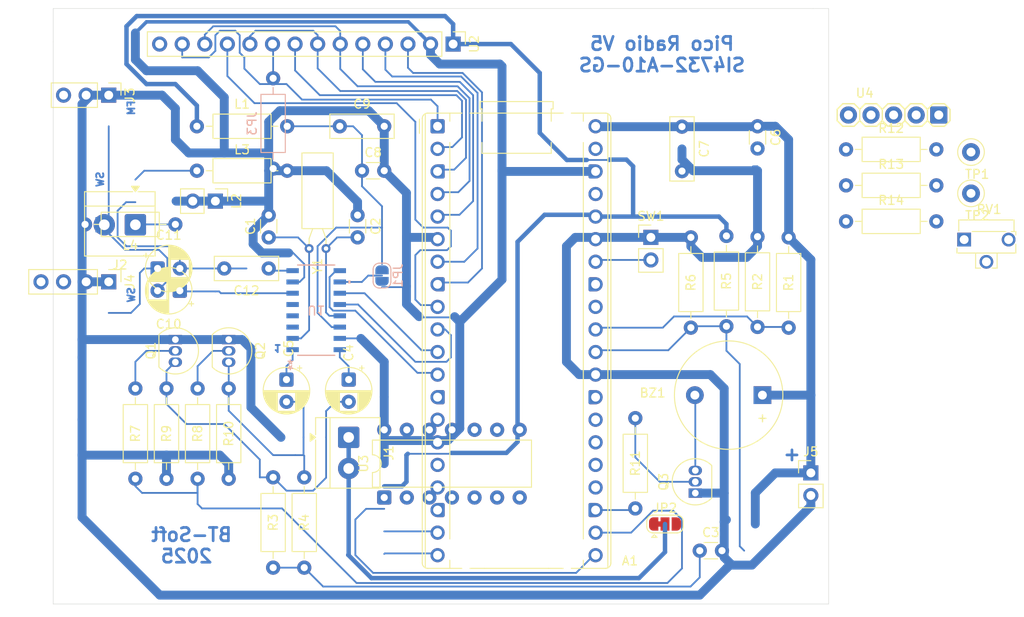
<source format=kicad_pcb>
(kicad_pcb (version 20241229) (generator "pcbnew") (generator_version "9.0")
  (title_block (title "Pico Radio 9"))
  (layers (0 "F.Cu" signal) (2 "B.Cu" signal) (13 "F.Paste" user) (15 "B.Paste" user) (5 "F.SilkS" user "F.Silkscreen") (7 "B.SilkS" user "B.Silkscreen") (1 "F.Mask" user) (3 "B.Mask" user) (25 "Edge.Cuts" user))
  (net 0 "")
  (net 1 "+3.3V")
  (net 2 "/DC")
  (net 3 "GND")
  (net 4 "+Vsys")
  (net 8 "/CS")
  (net 11 "/T_CS")
  (net 12 "ROT_SW")
  (net 14 "AD_FFT_AUDIO")
  (net 15 "Net-(A1-GPIO27_ADC1)")
  (net 16 "BUZZER")
  (net 17 "/RST")
  (net 18 "+Vbus")
  (net 19 "/SDI")
  (net 21 "/SCK")
  (net 22 "AUDIO_MUTE")
  (net 23 "Net-(A1-RUN)")
  (net 27 "ROT_DT")
  (net 28 "ROT_CLK")
  (net 29 "Net-(U1-GPO3{slash}DCLK)")
  (net 30 "Net-(U1-RCLK)")
  (net 31 "Net-(C3-Pad1)")
  (net 32 "Net-(U1-ROUT{slash}DOUT)")
  (net 33 "AUDIO_R")
  (net 34 "Net-(U1-LOUT{slash}DFS)")
  (net 35 "AUDIO_L")
  (net 36 "Net-(Q1-B)")
  (net 37 "Net-(Q2-B)")
  (net 39 "Net-(J3-Pin_2)")
  (net 43 "/SDO")
  (net 44 "Net-(U1-FMI)")
  (net 45 "Net-(J2-Pin_2)")
  (net 46 "Net-(U1-AMI)")
  (net 47 "Net-(J2-Pin_1)")
  (net 49 "/Si_RST")
  (net 50 "/Si_SDA")
  (net 51 "/Si_SCL")
  (net 52 "Net-(JP1-B)")
  (net 53 "/LED")
  (net 55 "unconnected-(A1-GPIO22-Pad25)")
  (net 56 "Net-(J1-Pin_1)")
  (net 57 "Net-(BZ1--)")
  (net 58 "Net-(Q3-B)")
  (net 59 "Net-(JP3-A)")
  (net 60 "Net-(J1-Pin_2)")
  (net 61 "Net-(C7-Pad1)")
  (net 62 "Net-(C7-Pad2)")
  (net 63 "Net-(JP2-B)")
  (net 64 "Net-(J3-Pin_1)")
  (net 65 "Net-(J3-Pin_3)")
  (net 66 "Net-(J4-Pin_1)")
  (net 67 "Net-(JP1-A)")
  (net 68 "Net-(JP2-C)")
  (net 69 "Net-(U3A--)")
  (net 70 "Net-(U3A-+)")
  (net 71 "Net-(R11-Pad1)")
  (footprint "MountingHole:MountingHole_3.2mm_M3" (layer "F.Cu") (at 32.25 43.75)
    (property "Reference" "REF**" (hide yes))
    (property "Value" "MountingHole_3.2mm_M3")
  )
  (footprint "Package_TO_SOT_THT:TO-92_Inline" (layer "F.Cu") (at 101 94.77 90)
    (property "Reference" "Q3")
    (property "Value" "PN2222A")
  )
  (footprint "Resistor_THT:R_Axial_DIN0207_L6.3mm_D2.5mm_P10.16mm_Horizontal" (layer "F.Cu") (at 55.08 53.5 180)
    (property "Reference" "L1")
    (property "Value" "47uH")
  )
  (footprint "Capacitor_THT:C_Disc_D7.0mm_W2.5mm_P5.00mm" (layer "F.Cu") (at 66 53.5 180)
    (property "Reference" "C9")
    (property "Value" "100nF")
  )
  (footprint "Capacitor_THT:C_Disc_D3.0mm_W1.6mm_P2.50mm" (layer "F.Cu") (at 63.5 58.5)
    (property "Reference" "C8")
    (property "Value" "22pF")
  )
  (footprint "Resistor_THT:R_Axial_DIN0207_L6.3mm_D2.5mm_P10.16mm_Horizontal" (layer "F.Cu") (at 117.96 64.2)
    (property "Reference" "R14")
    (property "Value" "4.7k")
  )
  (footprint "Connector_PinHeader_2.54mm:PinHeader_1x02_P2.54mm_Vertical" (layer "F.Cu") (at 96 66)
    (property "Reference" "SW1")
    (property "Value" "Reset")
  )
  (footprint "TerminalBlock_4Ucon:TerminalBlock_4Ucon_1x02_P3.50mm_Horizontal" (layer "F.Cu") (at 38 64.58 180)
    (property "Reference" "J2")
    (property "Value" "SW antenna")
  )
  (footprint "Resistor_THT:R_Axial_DIN0207_L6.3mm_D2.5mm_P10.16mm_Horizontal" (layer "F.Cu") (at 53.5 93 -90)
    (property "Reference" "R3")
    (property "Value" "4.7k")
  )
  (footprint "Capacitor_THT:C_Disc_D7.0mm_W2.5mm_P5.00mm" (layer "F.Cu") (at 99.5 53.544888 -90)
    (property "Reference" "C7")
    (property "Value" "100nF")
  )
  (footprint "Connector_PinHeader_2.54mm:PinHeader_1x02_P2.54mm_Vertical" (layer "F.Cu") (at 47 61.92 -90)
    (property "Reference" "L2")
    (property "Value" "30uH (MW Ferrite antenna)")
  )
  (footprint "Resistor_THT:R_Axial_DIN0207_L6.3mm_D2.5mm_P10.16mm_Horizontal" (layer "F.Cu") (at 57 93 -90)
    (property "Reference" "R4")
    (property "Value" "4.7k")
  )
  (footprint "Jumper:SolderJumper-3_P1.3mm_Bridged12_RoundedPad1.0x1.5mm" (layer "F.Cu") (at 97.59 98.25)
    (property "Reference" "JP2")
    (property "Value" "Si4732 I2C Address")
  )
  (footprint "Resistor_THT:R_Axial_DIN0207_L6.3mm_D2.5mm_P10.16mm_Horizontal" (layer "F.Cu") (at 38 93.16 90)
    (property "Reference" "R7")
    (property "Value" "10k")
  )
  (footprint "Capacitor_THT:C_Disc_D3.0mm_W1.6mm_P2.50mm" (layer "F.Cu") (at 63 63.5 -90)
    (property "Reference" "C2")
    (property "Value" "1nF")
  )
  (footprint "Resistor_THT:R_Axial_DIN0207_L6.3mm_D2.5mm_P10.16mm_Horizontal" (layer "F.Cu") (at 48.5 93.16 90)
    (property "Reference" "R10")
    (property "Value" "47k")
  )
  (footprint "Capacitor_THT:C_Disc_D3.0mm_W1.6mm_P2.50mm" (layer "F.Cu") (at 108 53.5 -90)
    (property "Reference" "C6")
    (property "Value" "22pF")
  )
  (footprint "MountingHole:MountingHole_3.2mm_M3" (layer "F.Cu") (at 112.5 43.75)
    (property "Reference" "REF**" (hide yes))
    (property "Value" "MountingHole_3.2mm_M3")
  )
  (footprint "Connector_PinHeader_2.54mm:PinHeader_1x14_P2.54mm_Vertical" (layer "F.Cu") (at 73.75 44.25 -90)
    (property "Reference" "U2")
    (property "Value" "TFT_320x240")
  )
  (footprint "Connector_PinHeader_2.54mm:PinHeader_1x03_P2.54mm_Vertical" (layer "F.Cu") (at 35 50 -90)
    (property "Reference" "J3")
    (property "Value" "MW/SW antenna")
  )
  (footprint "Resistor_THT:R_Axial_DIN0207_L6.3mm_D2.5mm_P10.16mm_Horizontal" (layer "F.Cu") (at 94.25 96.5 90)
    (property "Reference" "R11")
    (property "Value" "100k")
  )
  (footprint "Resistor_THT:R_Axial_DIN0207_L6.3mm_D2.5mm_P10.16mm_Horizontal" (layer "F.Cu") (at 41.5 93.16 90)
    (property "Reference" "R9")
    (property "Value" "47k")
  )
  (footprint "Package_TO_SOT_THT:TO-92_Inline" (layer "F.Cu") (at 42.5 77.5 -90)
    (property "Reference" "Q1")
    (property "Value" "PN2222A")
  )
  (footprint "TerminalBlock_4Ucon:TerminalBlock_4Ucon_1x02_P3.50mm_Horizontal" (layer "F.Cu") (at 62 88.5 -90)
    (property "Reference" "J1")
    (property "Value" "FM antenna")
  )
  (footprint "Crystal:Crystal_C38-LF_D3.0mm_L8.0mm_Horizontal" (layer "F.Cu") (at 59.45 67.255 180)
    (property "Reference" "Y1")
    (property "Value" "32.762kHz")
  )
  (footprint "Resistor_THT:R_Axial_DIN0207_L6.3mm_D2.5mm_P10.16mm_Horizontal" (layer "F.Cu") (at 45 93.16 90)
    (property "Reference" "R8")
    (property "Value" "100k")
  )
  (footprint "Connector_PinHeader_2.54mm:PinHeader_1x02_P2.54mm_Vertical" (layer "F.Cu") (at 114 92.5)
    (property "Reference" "J5")
    (property "Value" "Batterry")
  )
  (footprint "Capacitor_THT:C_Disc_D7.0mm_W2.5mm_P5.00mm" (layer "F.Cu") (at 53 69.5 180)
    (property "Reference" "C12")
    (property "Value" "100nF")
  )
  (footprint "Resistor_THT:R_Axial_DIN0207_L6.3mm_D2.5mm_P10.16mm_Horizontal" (layer "F.Cu") (at 117.96 56.1)
    (property "Reference" "R12")
    (property "Value" "10k")
  )
  (footprint "MountingHole:MountingHole_3.2mm_M3" (layer "F.Cu") (at 32.25 103.75)
    (property "Reference" "REF**" (hide yes))
    (property "Value" "MountingHole_3.2mm_M3")
  )
  (footprint "Resistor_THT:R_Axial_DIN0207_L6.3mm_D2.5mm_P10.16mm_Horizontal" (layer "F.Cu") (at 42.5 64.54 180)
    (property "Reference" "L4")
    (property "Value" "220uH")
  )
  (footprint "MountingHole:MountingHole_3.2mm_M3" (layer "F.Cu") (at 112.5 103.75)
    (property "Reference" "REF**" (hide yes))
    (property "Value" "MountingHole_3.2mm_M3")
  )
  (footprint "Resistor_THT:R_Axial_DIN0207_L6.3mm_D2.5mm_P10.16mm_Horizontal" (layer "F.Cu") (at 104.5 76 90)
    (property "Reference" "R5")
    (property "Value" "10k")
  )
  (footprint "Resistor_THT:R_Axial_DIN0207_L6.3mm_D2.5mm_P10.16mm_Horizontal" (layer "F.Cu") (at 117.96 60.15)
    (property "Reference" "R13")
    (property "Value" "15k")
  )
  (footprint "Resistor_THT:R_Axial_DIN0207_L6.3mm_D2.5mm_P10.16mm_Horizontal" (layer "F.Cu") (at 44.92 58.5)
    (property "Reference" "L3")
    (property "Value" "220uH")
  )
  (footprint "Connector_PinHeader_2.54mm:PinHeader_1x04_P2.54mm_Vertical" (layer "F.Cu") (at 35 71 -90)
    (property "Reference" "J4")
    (property "Value" "HF Amplifier")
  )
  (footprint "Potentiometer_THT:Potentiometer_Runtron_RM-063_Horizontal" (layer "F.Cu") (at 131.25 66.25)
    (property "Reference" "RV1")
    (property "Value" "47k")
  )
  (footprint "Package_TO_SOT_THT:TO-92_Inline" (layer "F.Cu") (at 48.5 77.5 -90)
    (property "Reference" "Q2")
    (property "Value" "PN2222A")
  )
  (footprint "TestPoint:TestPoint_Loop_D2.50mm_Drill1.0mm" (layer "F.Cu") (at 132.02 61.05)
    (property "Reference" "TP2")
    (property "Value" "Oszcilloszkópra")
  )
  (footprint "Resistor_THT:R_Axial_DIN0207_L6.3mm_D2.5mm_P10.16mm_Horizontal" (layer "F.Cu") (at 100.5 66 -90)
    (property "Reference" "R6")
    (property "Value" "10k")
  )
  (footprint "Capacitor_THT:CP_Radial_D5.0mm_P2.50mm" (layer "F.Cu") (at 55 82 -90)
    (property "Reference" "C5")
    (property "Value" "4.7uF")
  )
  (footprint "Capacitor_THT:C_Disc_D3.0mm_W1.6mm_P2.50mm" (layer "F.Cu") (at 53 66 90)
    (property "Reference" "C1")
    (property "Value" "33pF")
  )
  (footprint "Package_DIP:DIP-14_W7.62mm" (layer "F.Cu") (at 66 95.27 90)
    (property "Reference" "U3")
    (property "Value" "MCP6004")
  )
  (footprint "Resistor_THT:R_Axial_DIN0207_L6.3mm_D2.5mm_P10.16mm_Horizontal" (layer "F.Cu") (at 111.5 66 -90)
    (property "Reference" "R1")
    (property "Value" "4.7k")
  )
  (footprint "Module:RaspberryPi_Pico_Common_THT-simple" (layer "F.Cu") (at 72 53.5)
    (property "Reference" "A1")
    (property "Value" "RaspberryPi_Pico - purple")
  )
  (footprint "Capacitor_THT:CP_Radial_D5.0mm_P2.50mm" (layer "F.Cu") (at 40.5 69.5)
    (property "Reference" "C11")
    (property "Value" "4.7uF")
  )
  (footprint "Rotary_Encoder:KY-040-PORT" (layer "F.Cu") (at 124.5812 52.2312)
    (property "Reference" "U4")
    (property "Value" "KY-040")
  )
  (footprint "Buzzer_Beeper:Buzzer_12x9.5RM7.6" (layer "F.Cu") (at 108.55 83.75 180)
    (property "Reference" "BZ1")
    (property "Value" "Buzzer")
  )
  (footprint "TestPoint:TestPoint_Loop_D2.50mm_Drill1.0mm" (layer "F.Cu") (at 132.02 56.4)
    (property "Reference" "TP1")
    (property "Value" "Jelgenerátorból")
  )
  (footprint "Capacitor_THT:CP_Radial_D5.0mm_P2.50mm" (layer "F.Cu") (at 62 82 -90)
    (property "Reference" "C4")
    (property "Value" "4.7uF")
  )
  (footprint "Capacitor_THT:C_Disc_D3.0mm_W1.6mm_P2.50mm" (layer "F.Cu") (at 101.5 101.25)
    (property "Reference" "C3")
    (property "Value" "1nF")
  )
  (footprint "Capacitor_THT:CP_Radial_D5.0mm_P2.50mm" (layer "F.Cu") (at 43 72 180)
    (property "Reference" "C10")
    (property "Value" "4.7uF")
  )
  (footprint "Resistor_THT:R_Axial_DIN0207_L6.3mm_D2.5mm_P10.16mm_Horizontal" (layer "F.Cu") (at 108 76.08 90)
    (property "Reference" "R2")
    (property "Value" "4.7k")
  )
  (footprint "Package_SO:SOIC_A10-GS_SIL" (layer "B.Cu") (at 58.3457 74.19)
    (property "Reference" "U1")
    (property "Value" "SI4732-A10-GS")
  )
  (footprint "Jumper:SolderJumper-2_P1.3mm_Open_RoundedPad1.0x1.5mm" (layer "B.Cu") (at 65.75 70.3 90)
    (property "Reference" "JP1")
    (property "Value" "TFT SDO - ha kell")
  )
  (footprint "Resistor_THT:R_Axial_DIN0207_L6.3mm_D2.5mm_P10.16mm_Horizontal" (layer "B.Cu") (at 53.5 48.1 -90)
    (property "Reference" "JP3")
    (property "Value" "NYÁK átkötés")
  )
  (gr_line (start 28.75 40.25) (end 114.25 40.25) (stroke (width 0.05)) (layer "Edge.Cuts"))
  (gr_line (start 116 107.25) (end 116 40.25) (stroke (width 0.05)) (layer "Edge.Cuts"))
  (gr_line (start 116 107.25) (end 28.75 107.25) (stroke (width 0.05)) (layer "Edge.Cuts"))
  (gr_line (start 28.75 44) (end 28.75 40.25) (stroke (width 0.05)) (layer "Edge.Cuts"))
  (gr_line (start 28.75 107.25) (end 28.75 44) (stroke (width 0.05)) (layer "Edge.Cuts"))
  (gr_line (start 114.25 40.25) (end 116 40.25) (stroke (width 0.05)) (layer "Edge.Cuts"))
  (gr_text "SW" (at 38 71.5 90) (layer "B.Cu") (effects (font (size 0.8 0.8) (thickness 0.2) (bold yes)) (justify left bottom mirror)))
  (gr_text "SW" (at 34.5 58.5 90) (layer "B.Cu") (effects (font (size 0.8 0.8) (thickness 0.2) (bold yes)) (justify left bottom mirror)))
  (gr_text "BT-Soft \n2025" (at 43.75 102.75 0) (layer "B.Cu") (effects (font (size 1.5 1.5) (thickness 0.3) (bold yes)) (justify bottom mirror)))
  (gr_text "Pico Radio V5\nSI4732-A10-GS" (at 97.25 47.5 0) (layer "B.Cu") (effects (font (size 1.5 1.5) (thickness 0.3) (bold yes)) (justify bottom mirror)))
  (gr_text "+" (at 113 91.25 0) (layer "B.Cu") (effects (font (size 1.5 1.5) (thickness 0.3) (bold yes)) (justify left bottom mirror)))
  (gr_text "MW" (at 34.5 63.5 90) (layer "B.Cu") (effects (font (size 0.8 0.8) (thickness 0.2) (bold yes)) (justify left bottom mirror)))
  (gr_text "1" (at 53.5 78 180) (layer "B.Cu") (effects (font (size 0.8 0.8) (thickness 0.2) (bold yes)) (justify left bottom mirror)))
  (gr_text "FM" (at 38 50.5 90) (layer "B.Cu") (effects (font (size 0.8 0.8) (thickness 0.2) (bold yes)) (justify left bottom mirror)))
  (segment (start 89.78 63.66) (end 103.66 63.66) (width 0.5) (layer "B.Cu") (net 1))
  (segment (start 73.75 42) (end 72.849 41.099) (width 0.5) (layer "B.Cu") (net 1))
  (segment (start 81 66.5) (end 84.04 63.46) (width 0.5) (layer "B.Cu") (net 1))
  (segment (start 68.5 90.5) (end 68.5 93.5) (width 0.5) (layer "B.Cu") (net 1))
  (segment (start 72.849 41.099) (end 38.151 41.099) (width 0.5) (layer "B.Cu") (net 1))
  (segment (start 73.75 44.25) (end 73.75 42) (width 0.5) (layer "B.Cu") (net 1))
  (segment (start 104.5 64.5) (end 104.5 65.84) (width 0.5) (layer "B.Cu") (net 1))
  (segment (start 94 63.46) (end 94 58) (width 0.5) (layer "B.Cu") (net 1))
  (segment (start 68.651 90.349) (end 73.453 90.349) (width 0.2) (layer "B.Cu") (net 1))
  (segment (start 86.541 57.291) (end 83.5 54.25) (width 0.5) (layer "B.Cu") (net 1))
  (segment (start 84.04 63.46) (end 89.78 63.46) (width 0.5) (layer "B.Cu") (net 1))
  (segment (start 73.552 90.25) (end 79.75 90.25) (width 0.5) (layer "B.Cu") (net 1))
  (segment (start 68.5 93.5) (end 68 94) (width 0.5) (layer "B.Cu") (net 1))
  (segment (start 83.5 54.25) (end 83.5 47.5) (width 0.5) (layer "B.Cu") (net 1))
  (segment (start 79.75 90.25) (end 81 89) (width 0.5) (layer "B.Cu") (net 1))
  (segment (start 42.5 48.75) (end 44.92 51.17) (width 0.5) (layer "B.Cu") (net 1))
  (segment (start 44.92 51.17) (end 44.92 53.5) (width 0.5) (layer "B.Cu") (net 1))
  (segment (start 37 46.5) (end 39.25 48.75) (width 0.5) (layer "B.Cu") (net 1))
  (segment (start 68 94) (end 66 94) (width 0.5) (layer "B.Cu") (net 1))
  (segment (start 38.151 41.099) (end 37 42.25) (width 0.5) (layer "B.Cu") (net 1))
  (segment (start 103.66 63.66) (end 104.5 64.5) (width 0.5) (layer "B.Cu") (net 1))
  (segment (start 94 58) (end 93.25 57.25) (width 0.5) (layer "B.Cu") (net 1))
  (segment (start 39.25 48.75) (end 42.5 48.75) (width 0.5) (layer "B.Cu") (net 1))
  (segment (start 73.453 90.349) (end 73.552 90.25) (width 0.2) (layer "B.Cu") (net 1))
  (segment (start 91.332 57.25) (end 91.291 57.291) (width 0.5) (layer "B.Cu") (net 1))
  (segment (start 93.25 57.25) (end 91.332 57.25) (width 0.5) (layer "B.Cu") (net 1))
  (segment (start 80.25 44.25) (end 73.75 44.25) (width 0.5) (layer "B.Cu") (net 1))
  (segment (start 81 89) (end 81 66.5) (width 0.5) (layer "B.Cu") (net 1))
  (segment (start 68.5 90.5) (end 68.651 90.349) (width 0.5) (layer "B.Cu") (net 1))
  (segment (start 83.5 47.5) (end 80.25 44.25) (width 0.5) (layer "B.Cu") (net 1))
  (segment (start 88.791 57.291) (end 91.291 57.291) (width 0.2) (layer "B.Cu") (net 1))
  (segment (start 37 42.25) (end 37 46.5) (width 0.5) (layer "B.Cu") (net 1))
  (segment (start 88.791 57.291) (end 86.541 57.291) (width 0.5) (layer "B.Cu") (net 1))
  (segment (start 74.46 63.46) (end 76 61.92) (width 0.2) (layer "B.Cu") (net 2))
  (segment (start 74.5 48.5) (end 65 48.5) (width 0.2) (layer "B.Cu") (net 2))
  (segment (start 76 50) (end 74.5 48.5) (width 0.2) (layer "B.Cu") (net 2))
  (segment (start 76 61.92) (end 76 50) (width 0.2) (layer "B.Cu") (net 2))
  (segment (start 63.59 47.09) (end 63.59 44.25) (width 0.2) (layer "B.Cu") (net 2))
  (segment (start 72 63.46) (end 74.46 63.46) (width 0.2) (layer "B.Cu") (net 2))
  (segment (start 65 48.5) (end 63.59 47.09) (width 0.2) (layer "B.Cu") (net 2))
  (segment (start 71.462065 65.741) (end 71.420065 65.699) (width 0.2) (layer "F.Cu") (net 3))
  (segment (start 79.25 70.75) (end 79.25 58.5) (width 1) (layer "B.Cu") (net 3))
  (segment (start 73.14 88.86) (end 74.5 87.5) (width 1) (layer "B.Cu") (net 3))
  (segment (start 72.25 46.5) (end 79 46.5) (width 1) (layer "B.Cu") (net 3))
  (segment (start 48.5 93.16) (end 48.5 91.5) (width 1) (layer "B.Cu") (net 3))
  (segment (start 32 90.5) (end 32 97.5) (width 1) (layer "B.Cu") (net 3))
  (segment (start 101.5 106.25) (end 104.5 103.25) (width 1) (layer "B.Cu") (net 3))
  (segment (start 40.75 106.25) (end 101.5 106.25) (width 1) (layer "B.Cu") (net 3))
  (segment (start 71.01 44.45) (end 71.21 44.25) (width 1) (layer "B.Cu") (net 3))
  (segment (start 52.25 67.75) (end 51.25 66.75) (width 1) (layer "B.Cu") (net 3))
  (segment (start 108 67) (end 108 65.92) (width 1) (layer "B.Cu") (net 3))
  (segment (start 72 88.86) (end 66.14 88.86) (width 1) (layer "B.Cu") (net 3))
  (segment (start 104.25 94.77) (end 101 94.77) (width 1) (layer "B.Cu") (net 3))
  (segment (start 32 79.5) (end 32 86.5) (width 1) (layer "B.Cu") (net 3))
  (segment (start 114 95.04) (end 114 96.242081) (width 1) (layer "B.Cu") (net 3))
  (segment (start 74.5 75.5) (end 79.25 70.75) (width 1) (layer "B.Cu") (net 3))
  (segment (start 72 66) (end 68.5 66) (width 1) (layer "B.Cu") (net 3))
  (segment (start 66 80) (end 63.365 77.365) (width 1) (layer "B.Cu") (net 3))
  (segment (start 42 67) (end 37 67) (width 0.2) (layer "B.Cu") (net 3))
  (segment (start 66 83.899) (end 66 80) (width 1) (layer "B.Cu") (net 3))
  (segment (start 65.75 71.6) (end 68.4 71.6) (width 0.2) (layer "B.Cu") (net 3))
  (segment (start 51 78.5) (end 51 85.12) (width 1) (layer "B.Cu") (net 3))
  (segment (start 51.25 65.25) (end 53 63.5) (width 1) (layer "B.Cu") (net 3))
  (segment (start 53 56.5) (end 53 53) (width 1) (layer "B.Cu") (net 3))
  (segment (start 43 69.5) (end 43 68) (width 0.2) (layer "B.Cu") (net 3))
  (segment (start 55.6914 71.015) (end 56.485 71.015) (width 0.2) (layer "B.Cu") (net 3))
  (segment (start 63.365 77.365) (end 61 77.365) (width 0.2) (layer "B.Cu") (net 3))
  (segment (start 72.25 46.5) (end 71.21 45.46) (width 1) (layer "B.Cu") (net 3))
  (segment (start 42.5 77.5) (end 32 77.5) (width 1) (layer "B.Cu") (net 3))
  (segment (start 36 66) (end 36 63) (width 0.2) (layer "B.Cu") (net 3))
  (segment (start 53 63.5) (end 53 58.5) (width 1) (layer "B.Cu") (net 3))
  (segment (start 57 69) (end 55.5 67.5) (width 0.2) (layer "B.Cu") (net 3))
  (segment (start 79.25 58.5) (end 79.25 46.75) (width 1) (layer "B.Cu") (net 3))
  (segment (start 69.921 74.921) (end 70 75) (width 0.2) (layer "B.Cu") (net 3))
  (segment (start 63 62) (end 59.5 58.5) (width 1) (layer "B.Cu") (net 3))
  (segment (start 99.5 57.25) (end 99.5 56.044888) (width 1) (layer "B.Cu") (net 3))
  (segment (start 68.4 71.6) (end 68.5 71.5) (width 0.2) (layer "B.Cu") (net 3))
  (segment (start 63 63.5) (end 63 62) (width 1) (layer "B.Cu") (net 3))
  (segment (start 41.5 90.5) (end 32 90.5) (width 1) (layer "B.Cu") (net 3))
  (segment (start 108 65.92) (end 108 58.5) (width 1) (layer "B.Cu") (net 3))
  (segment (start 104.25 94.77) (end 104.25 83) (width 1) (layer "B.Cu") (net 3))
  (segment (start 74.5 87.5) (end 74.5 75.5) (width 1) (layer "B.Cu") (net 3))
  (segment (start 72 88.86) (end 73.14 88.86) (width 1) (layer "B.Cu") (net 3))
  (segment (start 37 67) (end 36 66) (width 0.2) (layer "B.Cu") (net 3))
  (segment (start 47 61.92) (end 52.92 61.92) (width 1) (layer "B.Cu") (net 3))
  (segment (start 47 56.5) (end 48 56.5) (width 1) (layer "B.Cu") (net 3))
  (segment (start 44.92 58.5) (end 39 58.5) (width 0.2) (layer "B.Cu") (net 3))
  (segment (start 45 47.25) (end 48 50.25) (width 1) (layer "B.Cu") (net 3))
  (segment (start 47.5 90.5) (end 41.5 90.5) (width 1) (layer "B.Cu") (net 3))
  (segment (start 79 46.5) (end 79.25 46.75) (width 1) (layer "B.Cu") (net 3))
  (segment (start 96 66) (end 87.5 66) (width 1) (layer "B.Cu") (net 3))
  (segment (start 32 71) (end 35 71) (width 1) (layer "B.Cu") (net 3))
  (segment (start 68.5 71.5) (end 68.5 73.5) (width 1) (layer "B.Cu") (net 3))
  (segment (start 100.5 67) (end 101.75 68.25) (width 1) (layer "B.Cu") (net 3))
  (segment (start 104.5 103.25) (end 105 102.75) (width 1) (layer "B.Cu") (net 3))
  (segment (start 106.75 68.25) (end 108 67) (width 1) (layer "B.Cu") (net 3))
  (segment (start 107.367081 102.875) (end 104.875 102.875) (width 1) (layer "B.Cu") (net 3))
  (segment (start 48.5 91.5) (end 47.5 90.5) (width 1) (layer "B.Cu") (net 3))
  (segment (start 68.5 73.5) (end 69.921 74.921) (width 1) (layer "B.Cu") (net 3))
  (segment (start 32 90.5) (end 32 86.5) (width 1) (layer "B.Cu") (net 3))
  (segment (start 41.5 90.5) (end 41.5 93.16) (width 1) (layer "B.Cu") (net 3))
  (segment (start 68.5 66) (end 68.5 71.5) (width 1) (layer "B.Cu") (net 3))
  (segment (start 47 61.92) (end 42.58 61.92) (width 1) (layer "B.Cu") (net 3))
  (segment (start 35.5 50) (end 41 50) (width 1) (layer "B.Cu") (net 3))
  (segment (start 39 58.5) (end 38 59.5) (width 0.2) (layer "B.Cu") (net 3))
  (segment (start 87.94 81.44) (end 89.78 81.44) (width 1) (layer "B.Cu") (net 3))
  (segment (start 54.25 51.75) (end 64.25 51.75) (width 1) (layer "B.Cu") (net 3))
  (segment (start 100.75 58.5) (end 99.5 57.25) (width 1) (layer "B.Cu") (net 3))
  (segment (start 42.5 51.5) (end 42.5 55) (width 1) (layer "B.Cu") (net 3))
  (segment (start 39.25 41.75) (end 38 43) (width 0.4) (layer "B.Cu") (net 3))
  (segment (start 101.75 68.25) (end 106.75 68.25) (width 1) (layer "B.Cu") (net 3))
  (segment (start 48 50.25) (end 48 56.5) (width 1) (layer "B.Cu") (net 3))
  (segment (start 53 62) (end 53 63.5) (width 0.2) (layer "B.Cu") (net 3))
  (segment (start 79.33 58.58) (end 89.78 58.58) (width 1) (layer "B.Cu") (net 3))
  (segment (start 73.921 74.921) (end 74.5 75.5) (width 1) (layer "B.Cu") (net 3))
  (segment (start 100.5 66) (end 100.5 67) (width 1) (layer "B.Cu") (net 3))
  (segment (start 108 58.5) (end 100.75 58.5) (width 1) (layer "B.Cu") (net 3))
  (segment (start 38 43) (end 38 46) (width 1) (layer "B.Cu") (net 3))
  (segment (start 57 70.5) (end 57 69) (width 0.2) (layer "B.Cu") (net 3))
  (segment (start 42.58 61.92) (end 42.5 62) (width 0.2) (layer "B.Cu") (net 3))
  (segment (start 64.25 51.75) (end 66 53.5) (width 1) (layer "B.Cu") (net 3))
  (segment (start 43 68) (end 42 67) (width 0.2) (layer "B.Cu") (net 3))
  (segment (start 66 89) (end 66 91.46) (width 1) (layer "B.Cu") (net 3))
  (segment (start 104.5 97.77) (end 104.25 98.02) (width 1) (layer "B.Cu") (net 3))
  (segment (start 41 50) (end 42.5 51.5) (width 1) (layer "B.Cu") (net 3))
  (segment (start 36.96 62.04) (end 38 62.04) (width 0.2) (layer "B.Cu") (net 3))
  (segment (start 48 56.5) (end 53 56.5) (width 1) (layer "B.Cu") (net 3))
  (segment (start 89.78 81.44) (end 102.69 81.44) (width 1) (layer "B.Cu") (net 3))
  (segment (start 86.5 67) (end 86.5 80) (width 1) (layer "B.Cu") (net 3))
  (segment (start 55.25 67.75) (end 52.25 67.75) (width 1) (layer "B.Cu") (net 3))
  (segment (start 51.25 66.75) (end 51.25 65.25) (width 1) (layer "B.Cu") (net 3))
  (segment (start 32 79.5) (end 32 77.5) (width 1) (layer "B.Cu") (net 3))
  (segment (start 50 77.5) (end 51 78.5) (width 1) (layer "B.Cu") (net 3))
  (segment (start 32 51) (end 33 50) (width 1) (layer "B.Cu") (net 3))
  (segment (start 114 96.242081) (end 107.367081 102.875) (width 1) (layer "B.Cu") (net 3))
  (segment (start 48.5 77.5) (end 42.5 77.5) (width 1) (layer "B.Cu") (net 3))
  (segment (start 104.25 83) (end 102.69 81.44) (width 1) (layer "B.Cu") (net 3))
  (segment (start 66.14 88.86) (end 66 89) (width 0.2) (layer "B.Cu") (net 3))
  (segment (start 86.5 80) (end 87.94 81.44) (width 1) (layer "B.Cu") (net 3))
  (segment (start 55.08 58.5) (end 53 58.5) (width 1) (layer "B.Cu") (net 3))
  (segment (start 68.71 41.75) (end 39.25 41.75) (width 0.4) (layer "B.Cu") (net 3))
  (segment (start 104.25 102) (end 104.25 98.02) (width 1) (layer "B.Cu") (net 3))
  (segment (start 71.21 45.46) (end 71.21 44.25) (width 1) (layer "B.Cu") (net 3))
  (segment (start 53 58.5) (end 53 56.5) (width 1) (layer "B.Cu") (net 3))
  (segment (start 39.25 47.25) (end 45 47.25) (width 1) (layer "B.Cu") (net 3))
  (segment (start 56.485 71.015) (end 57 70.5) (width 0.2) (layer "B.Cu") (net 3))
  (segment (start 68.5 61) (end 68.5 66) (width 1) (layer "B.Cu") (net 3))
  (segment (start 32 97.5) (end 40.75 106.25) (width 1) (layer "B.Cu") (net 3))
  (segment (start 36 63) (end 36.96 62.04) (width 0.2) (layer "B.Cu") (net 3))
  (segment (start 51 85.12) (end 54.38 88.5) (width 1) (layer "B.Cu") (net 3))
  (segment (start 104.5 103.25) (end 104.875 102.875) (width 1) (layer "B.Cu") (net 3))
  (segment (start 79.25 58.5) (end 79.33 58.58) (width 1) (layer "B.Cu") (net 3))
  (segment (start 32 71) (end 32 51) (width 1) (layer "B.Cu") (net 3))
  (segment (start 38 46) (end 39.25 47.25) (width 1) (layer "B.Cu") (net 3))
  (segment (start 66 53.5) (end 66 58.5) (width 1) (layer "B.Cu") (net 3))
  (segment (start 71.21 44.25) (end 68.71 41.75) (width 0.4) (layer "B.Cu") (net 3))
  (segment (start 52.92 61.92) (end 53 62) (width 0.2) (layer "B.Cu") (net 3))
  (segment (start 59.5 58.5) (end 55.08 58.5) (width 1) (layer "B.Cu") (net 3))
  (segment (start 70 75) (end 73.842 75) (width 0.2) (layer "B.Cu") (net 3))
  (segment (start 105 102.75) (end 104.25 102) (width 1) (layer "B.Cu") (net 3))
  (segment (start 53 53) (end 54.25 51.75) (width 1) (layer "B.Cu") (net 3))
  (segment (start 87.5 66) (end 86.5 67) (width 1) (layer "B.Cu") (net 3))
  (segment (start 43 69.5) (end 50.5 69.5) (width 0.2) (layer "B.Cu") (net 3))
  (segment (start 33 50) (end 35 50) (width 1) (layer "B.Cu") (net 3))
  (segment (start 66 84) (end 66 89) (width 1) (layer "B.Cu") (net 3))
  (segment (start 44 56.5) (end 47 56.5) (width 1) (layer "B.Cu") (net 3))
  (segment (start 66 58.5) (end 68.5 61) (width 1) (layer "B.Cu") (net 3))
  (segment (start 73.842 75) (end 73.921 74.921) (width 0.2) (layer "B.Cu") (net 3))
  (segment (start 108 58) (end 107.5 58) (width 0.2) (layer "B.Cu") (net 3))
  (segment (start 96 66) (end 100.5 66) (width 1) (layer "B.Cu") (net 3))
  (segment (start 104.25 98.02) (end 104.25 94.77) (width 1) (layer "B.Cu") (net 3))
  (segment (start 48.5 77.5) (end 50 77.5) (width 1) (layer "B.Cu") (net 3))
  (segment (start 42.5 55) (end 44 56.5) (width 1) (layer "B.Cu") (net 3))
  (segment (start 32 77.5) (end 32 71) (width 1) (layer "B.Cu") (net 3))
  (segment (start 77 69.5) (end 77 49.6829) (width 0.2) (layer "B.Cu") (net 8))
  (segment (start 75.42 71.08) (end 77 69.5) (width 0.2) (layer "B.Cu") (net 8))
  (segment (start 68.67 46.92) (end 68.67 44.25) (width 0.2) (layer "B.Cu") (net 8))
  (segment (start 77 49.6829) (end 74.8171 47.5) (width 0.2) (layer "B.Cu") (net 8))
  (segment (start 72 71.08) (end 75.42 71.08) (width 0.2) (layer "B.Cu") (net 8))
  (segment (start 74.8171 47.5) (end 69.25 47.5) (width 0.2) (layer "B.Cu") (net 8))
  (segment (start 69.25 47.5) (end 68.67 46.92) (width 0.2) (layer "B.Cu") (net 8))
  (segment (start 69.5 68) (end 70.061 67.439) (width 0.2) (layer "B.Cu") (net 11))
  (segment (start 51.401 50.901) (end 48.35 47.85) (width 0.2) (layer "B.Cu") (net 11))
  (segment (start 70.12 73.62) (end 69.5 73) (width 0.2) (layer "B.Cu") (net 11))
  (segment (start 73.149 64.899) (end 70.399 64.899) (width 0.2) (layer "B.Cu") (net 11))
  (segment (start 48.35 47.85) (end 48.35 44.25) (width 0.2) (layer "B.Cu") (net 11))
  (segment (start 73.061 67.439) (end 73.5 67) (width 0.2) (layer "B.Cu") (net 11))
  (segment (start 70.061 67.439) (end 73.061 67.439) (width 0.2) (layer "B.Cu") (net 11))
  (segment (start 67.401 50.901) (end 51.401 50.901) (width 0.2) (layer "B.Cu") (net 11))
  (segment (start 72 73.62) (end 70.12 73.62) (width 0.2) (layer "B.Cu") (net 11))
  (segment (start 69.5 73) (end 69.5 68) (width 0.2) (layer "B.Cu") (net 11))
  (segment (start 69.5 53) (end 67.401 50.901) (width 0.2) (layer "B.Cu") (net 11))
  (segment (start 70.399 64.899) (end 69.5 64) (width 0.2) (layer "B.Cu") (net 11))
  (segment (start 73.5 65.25) (end 73.149 64.899) (width 0.2) (layer "B.Cu") (net 11))
  (segment (start 73.5 67) (end 73.5 65.25) (width 0.2) (layer "B.Cu") (net 11))
  (segment (start 69.5 64) (end 69.5 53) (width 0.2) (layer "B.Cu") (net 11))
  (segment (start 66 96.54) (end 63.96 96.54) (width 0.2) (layer "B.Cu") (net 12))
  (segment (start 63.96 96.54) (end 62.75 97.75) (width 0.2) (layer "B.Cu") (net 12))
  (segment (start 62.75 97.75) (end 62.75 101.75) (width 0.2) (layer "B.Cu") (net 12))
  (segment (start 64.75 103.75) (end 87.59 103.75) (width 0.2) (layer "B.Cu") (net 12))
  (segment (start 87.59 103.75) (end 89.78 101.56) (width 0.2) (layer "B.Cu") (net 12))
  (segment (start 62.75 101.75) (end 64.75 103.75) (width 0.2) (layer "B.Cu") (net 12))
  (segment (start 106 100.75) (end 106 80.25) (width 0.2) (layer "B.Cu") (net 14))
  (segment (start 105 76) (end 104.5 76) (width 0.2) (layer "B.Cu") (net 14))
  (segment (start 106.5 101.25) (end 106 100.75) (width 0.2) (layer "B.Cu") (net 14))
  (segment (start 100.66 76) (end 100.5 76.16) (width 0.2) (layer "B.Cu") (net 14))
  (segment (start 106 80.25) (end 104.5 78.75) (width 0.2) (layer "B.Cu") (net 14))
  (segment (start 97.96 78.7) (end 100.5 76.16) (width 0.2) (layer "B.Cu") (net 14))
  (segment (start 104.5 76) (end 100.66 76) (width 0.2) (layer "B.Cu") (net 14))
  (segment (start 104.5 78.75) (end 104.5 76) (width 0.2) (layer "B.Cu") (net 14))
  (segment (start 89.78 78.7) (end 97.96 78.7) (width 0.2) (layer "B.Cu") (net 14))
  (segment (start 97.34 76.16) (end 98.601 74.899) (width 0.2) (layer "B.Cu") (net 15))
  (segment (start 89.78 76.16) (end 97.34 76.16) (width 0.2) (layer "B.Cu") (net 15))
  (segment (start 106.819 74.899) (end 108 76.08) (width 0.2) (layer "B.Cu") (net 15))
  (segment (start 108 76.08) (end 111.42 76.08) (width 0.2) (layer "B.Cu") (net 15))
  (segment (start 98.601 74.899) (end 106.819 74.899) (width 0.2) (layer "B.Cu") (net 15))
  (segment (start 111.42 76.08) (end 111.5 76.16) (width 0.2) (layer "B.Cu") (net 15))
  (segment (start 89.8 96.5) (end 89.78 96.48) (width 0.2) (layer "B.Cu") (net 16))
  (segment (start 94.07 96.68) (end 94.25 96.5) (width 0.2) (layer "B.Cu") (net 16))
  (segment (start 89.78 96.68) (end 94.07 96.68) (width 0.2) (layer "B.Cu") (net 16))
  (segment (start 76.5 67.25) (end 76.5 49.75) (width 0.2) (layer "B.Cu") (net 17))
  (segment (start 74.99 68.74) (end 75 68.75) (width 0.2) (layer "B.Cu") (net 17))
  (segment (start 76.5 49.75) (end 74.651 47.901) (width 0.2) (layer "B.Cu") (net 17))
  (segment (start 72 68.74) (end 74.99 68.74) (width 0.2) (layer "B.Cu") (net 17))
  (segment (start 75 68.75) (end 76.5 67.25) (width 0.2) (layer "B.Cu") (net 17))
  (segment (start 66.901 47.901) (end 66.13 47.13) (width 0.2) (layer "B.Cu") (net 17))
  (segment (start 74.651 47.901) (end 66.901 47.901) (width 0.2) (layer "B.Cu") (net 17))
  (segment (start 66.13 47.13) (end 66.13 44.25) (width 0.2) (layer "B.Cu") (net 17))
  (segment (start 99.5 53.544888) (end 107.955112 53.544888) (width 1) (layer "B.Cu") (net 18))
  (segment (start 107.75 94.75) (end 107.75 98.25) (width 1) (layer "B.Cu") (net 18))
  (segment (start 108 53.5) (end 110 53.5) (width 1) (layer "B.Cu") (net 18))
  (segment (start 114 68.5) (end 111.5 66) (width 1) (layer "B.Cu") (net 18))
  (segment (start 99.5 53.544888) (end 89.824888 53.544888) (width 1) (layer "B.Cu") (net 18))
  (segment (start 114 68.5) (end 114 83.75) (width 1) (layer "B.Cu") (net 18))
  (segment (start 114 92.5) (end 110 92.5) (width 1) (layer "B.Cu") (net 18))
  (segment (start 110 92.5) (end 107.75 94.75) (width 1) (layer "B.Cu") (net 18))
  (segment (start 38.5 73.5) (end 37.5 74.5) (width 0.2) (layer "B.Cu") (net 18))
  (segment (start 38.5 70) (end 38.5 73.5) (width 0.2) (layer "B.Cu") (net 18))
  (segment (start 89.824888 53.544888) (end 89.78 53.5) (width 0.2) (layer "B.Cu") (net 18))
  (segment (start 114 83.75) (end 114 92.5) (width 1) (layer "B.Cu") (net 18))
  (segment (start 39 69.5) (end 38.5 70) (width 0.2) (layer "B.Cu") (net 18))
  (segment (start 37.5 74.5) (end 35 74.5) (width 0.2) (layer "B.Cu") (net 18))
  (segment (start 40.5 69.5) (end 39 69.5) (width 0.2) (layer "B.Cu") (net 18))
  (segment (start 107.955112 53.544888) (end 108 53.5) (width 0.2) (layer "B.Cu") (net 18))
  (segment (start 111.5 66) (end 111.5 55) (width 1) (layer "B.Cu") (net 18))
  (segment (start 114 83.75) (end 108.55 83.75) (width 1) (layer "B.Cu") (net 18))
  (segment (start 110 53.5) (end 111.5 55) (width 1) (layer "B.Cu") (net 18))
  (segment (start 74.25 49) (end 75.599 50.349) (width 0.2) (layer "B.Cu") (net 19))
  (segment (start 61.05 47.05) (end 63 49) (width 0.2) (layer "B.Cu") (net 19))
  (segment (start 75.599 59.651) (end 74.33 60.92) (width 0.2) (layer "B.Cu") (net 19))
  (segment (start 60.51 42.25) (end 46.76 42.25) (width 0.2) (layer "B.Cu") (net 19))
  (segment (start 46.76 42.25) (end 45.81 43.2) (width 0.2) (layer "B.Cu") (net 19))
  (segment (start 61.05 42.79) (end 60.51 42.25) (width 0.2) (layer "B.Cu") (net 19))
  (segment (start 74.33 60.92) (end 72 60.92) (width 0.2) (layer "B.Cu") (net 19))
  (segment (start 75.599 50.349) (end 75.599 59.651) (width 0.2) (layer "B.Cu") (net 19))
  (segment (start 45.81 43.2) (end 45.81 44.25) (width 0.2) (layer "B.Cu") (net 19))
  (segment (start 61.05 44.25) (end 61.05 47.05) (width 0.2) (layer "B.Cu") (net 19))
  (segment (start 63 49) (end 74.25 49) (width 0.2) (layer "B.Cu") (net 19))
  (segment (start 61.05 44.25) (end 61.05 42.79) (width 0.2) (layer "B.Cu") (net 19))
  (segment (start 50.89 43.37) (end 50.89 44.25) (width 0.2) (layer "B.Cu") (net 21))
  (segment (start 58.51 43.25) (end 58.01 42.75) (width 0.2) (layer "B.Cu") (net 21))
  (segment (start 75.198 50.5151) (end 74.21645 49.53355) (width 0.2) (layer "B.Cu") (net 21))
  (segment (start 72 58.38) (end 73.87 58.38) (width 0.2) (layer "B.Cu") (net 21))
  (segment (start 75.198 57.052) (end 75.198 50.5151) (width 0.2) (layer "B.Cu") (net 21))
  (segment (start 51.51 42.75) (end 50.89 43.37) (width 0.2) (layer "B.Cu") (net 21))
  (segment (start 74.21645 49.53355) (end 61.05355 49.53355) (width 0.2) (layer "B.Cu") (net 21))
  (segment (start 73.87 58.38) (end 75.198 57.052) (width 0.2) (layer "B.Cu") (net 21))
  (segment (start 58.01 42.75) (end 51.51 42.75) (width 0.2) (layer "B.Cu") (net 21))
  (segment (start 61.05355 49.53355) (end 58.51 46.99) (width 0.2) (layer "B.Cu") (net 21))
  (segment (start 58.51 44.25) (end 58.51 43.25) (width 0.2) (layer "B.Cu") (net 21))
  (segment (start 58.51 46.99) (end 58.51 44.25) (width 0.2) (layer "B.Cu") (net 21))
  (segment (start 38 94) (end 38.75 94.75) (width 0.2) (layer "B.Cu") (net 22))
  (segment (start 54.5 96.5) (end 62.887 104.887) (width 0.2) (layer "B.Cu") (net 22))
  (segment (start 99.5 97.75) (end 98.5 96.75) (width 0.2) (layer "B.Cu") (net 22))
  (segment (start 45.5 96.5) (end 54.5 96.5) (width 0.2) (layer "B.Cu") (net 22))
  (segment (start 93.78 99.22) (end 89.78 99.22) (width 0.2) (layer "B.Cu") (net 22))
  (segment (start 38.75 94.75) (end 45 94.75) (width 0.2) (layer "B.Cu") (net 22))
  (segment (start 45 93.16) (end 45 96) (width 0.2) (layer "B.Cu") (net 22))
  (segment (start 97.863 104.887) (end 99.5 103.25) (width 0.2) (layer "B.Cu") (net 22))
  (segment (start 62.887 104.887) (end 97.863 104.887) (width 0.2) (layer "B.Cu") (net 22))
  (segment (start 96.25 96.75) (end 93.78 99.22) (width 0.2) (layer "B.Cu") (net 22))
  (segment (start 98.5 96.75) (end 96.25 96.75) (width 0.2) (layer "B.Cu") (net 22))
  (segment (start 99.5 103.25) (end 99.5 97.75) (width 0.2) (layer "B.Cu") (net 22))
  (segment (start 45 96) (end 45.5 96.5) (width 0.2) (layer "B.Cu") (net 22))
  (segment (start 45 94.75) (end 45 93.16) (width 0.2) (layer "B.Cu") (net 22))
  (segment (start 38 93.16) (end 38 94) (width 0.2) (layer "B.Cu") (net 22))
  (segment (start 96 68.54) (end 89.78 68.54) (width 0.2) (layer "B.Cu") (net 23))
  (segment (start 66 99.08) (end 71.94 99.08) (width 0.2) (layer "B.Cu") (net 27))
  (segment (start 71.94 99.08) (end 72 99.02) (width 0.2) (layer "B.Cu") (net 27))
  (segment (start 66.06 101.56) (end 66 101.62) (width 0.2) (layer "B.Cu") (net 28))
  (segment (start 72 101.56) (end 66.06 101.56) (width 0.2) (layer "B.Cu") (net 28))
  (segment (start 56.295 66) (end 57.55 67.255) (width 0.2) (layer "B.Cu") (net 29))
  (segment (start 53 66) (end 56.295 66) (width 0.2) (layer "B.Cu") (net 29))
  (segment (start 56.635 77.365) (end 55.6914 77.365) (width 0.2) (layer "B.Cu") (net 29))
  (segment (start 57.55 76.45) (end 56.635 77.365) (width 0.2) (layer "B.Cu") (net 29))
  (segment (start 57.55 67.255) (end 57.55 76.45) (width 0.2) (layer "B.Cu") (net 29))
  (segment (start 63 66) (end 60.705 66) (width 0.2) (layer "B.Cu") (net 30))
  (segment (start 59.45 67.255) (end 59.45 74.45) (width 0.2) (layer "B.Cu") (net 30))
  (segment (start 59.825 74.825) (end 61 74.825) (width 0.2) (layer "B.Cu") (net 30))
  (segment (start 59.45 74.45) (end 59.825 74.825) (width 0.2) (layer "B.Cu") (net 30))
  (segment (start 60.705 66) (end 59.45 67.255) (width 0.2) (layer "B.Cu") (net 30))
  (segment (start 101.5 104.25) (end 100.462 105.288) (width 0.2) (layer "B.Cu") (net 31))
  (segment (start 59.128 105.288) (end 57 103.16) (width 0.2) (layer "B.Cu") (net 31))
  (segment (start 101.5 101.25) (end 101.5 104.25) (width 0.2) (layer "B.Cu") (net 31))
  (segment (start 100.462 105.288) (end 59.128 105.288) (width 0.2) (layer "B.Cu") (net 31))
  (segment (start 53.5 103.16) (end 57 103.16) (width 0.2) (layer "B.Cu") (net 31))
  (segment (start 61 79.5) (end 61 78.635) (width 0.2) (layer "B.Cu") (net 32))
  (segment (start 62 82) (end 62 80.5) (width 0.2) (layer "B.Cu") (net 32))
  (segment (start 62 80.5) (end 61 79.5) (width 0.2) (layer "B.Cu") (net 32))
  (segment (start 42.46 80.04) (end 41.5 81) (width 0.2) (layer "B.Cu") (net 33))
  (segment (start 41.5 81) (end 41.5 83) (width 0.2) (layer "B.Cu") (net 33))
  (segment (start 58 94.5) (end 59.46 93.04) (width 0.2) (layer "B.Cu") (net 33))
  (segment (start 52 91) (end 52 93) (width 0.2) (layer "B.Cu") (net 33))
  (segment (start 59.46 93.04) (end 59.46 88.5) (width 0.2) (layer "B.Cu") (net 33))
  (segment (start 59.46 85.54) (end 59.46 88.5) (width 0.2) (layer "B.Cu") (net 33))
  (segment (start 60.5 84.5) (end 59.46 85.54) (width 0.2) (layer "B.Cu") (net 33))
  (segment (start 41.5 83) (end 41.5 84.75) (width 0.2) (layer "B.Cu") (net 33))
  (segment (start 42.5 80.04) (end 42.46 80.04) (width 0.2) (layer "B.Cu") (net 33))
  (segment (start 52 93) (end 53.5 93) (width 0.2) (layer "B.Cu") (net 33))
  (segment (start 61.5 84.5) (end 60.5 84.5) (width 0.2) (layer "B.Cu") (net 33))
  (segment (start 53.5 93) (end 55 94.5) (width 0.2) (layer "B.Cu") (net 33))
  (segment (start 48 87) (end 52 91) (width 0.2) (layer "B.Cu") (net 33))
  (segment (start 43.75 87) (end 48 87) (width 0.2) (layer "B.Cu") (net 33))
  (segment (start 41.5 84.75) (end 43.75 87) (width 0.2) (layer "B.Cu") (net 33))
  (segment (start 62 85) (end 61.5 84.5) (width 0.2) (layer "B.Cu") (net 33))
  (segment (start 55 94.5) (end 58 94.5) (width 0.2) (layer "B.Cu") (net 33))
  (segment (start 55 80.5) (end 55 82) (width 0.2) (layer "B.Cu") (net 34))
  (segment (start 55.6914 79.8086) (end 55.6914 78.635) (width 0.2) (layer "B.Cu") (net 34))
  (segment (start 55 80.5) (end 55.6914 79.8086) (width 0.2) (layer "B.Cu") (net 34))
  (segment (start 48.5 80.04) (end 48.5 83) (width 0.2) (layer "B.Cu") (net 35))
  (segment (start 57 93) (end 57 90.58) (width 0.2) (layer "B.Cu") (net 35))
  (segment (start 56.5 84.5) (end 56.92 84.92) (width 0.2) (layer "B.Cu") (net 35))
  (segment (start 55 85) (end 55.5 84.5) (width 0.2) (layer "B.Cu") (net 35))
  (segment (start 53.5 90.5) (end 56 90.5) (width 0.2) (layer "B.Cu") (net 35))
  (segment (start 56.92 84.92) (end 56.92 88.5) (width 0.2) (layer "B.Cu") (net 35))
  (segment (start 48.5 85.5) (end 53.5 90.5) (width 0.2) (layer "B.Cu") (net 35))
  (segment (start 57 90.58) (end 56.92 90.5) (width 0.2) (layer "B.Cu") (net 35))
  (segment (start 56.92 90.5) (end 56.92 88.5) (width 0.2) (layer "B.Cu") (net 35))
  (segment (start 48.5 83) (end 48.5 85.5) (width 0.2) (layer "B.Cu") (net 35))
  (segment (start 55.5 84.5) (end 56.5 84.5) (width 0.2) (layer "B.Cu") (net 35))
  (segment (start 56 90.5) (end 56.92 90.5) (width 0.2) (layer "B.Cu") (net 35))
  (segment (start 42.5 78.77) (end 39.23 78.77) (width 0.2) (layer "B.Cu") (net 36))
  (segment (start 38 80) (end 38 83) (width 0.2) (layer "B.Cu") (net 36))
  (segment (start 39.23 78.77) (end 38 80) (width 0.2) (layer "B.Cu") (net 36))
  (segment (start 46.73 78.77) (end 45 80.5) (width 0.2) (layer "B.Cu") (net 37))
  (segment (start 48.5 78.77) (end 46.73 78.77) (width 0.2) (layer "B.Cu") (net 37))
  (segment (start 45 80.5) (end 45 83) (width 0.2) (layer "B.Cu") (net 37))
  (segment (start 40.651 67.401) (end 36.8339 67.401) (width 0.2) (layer "B.Cu") (net 39))
  (segment (start 41.601 70.899) (end 41.601 68.351) (width 0.2) (layer "B.Cu") (net 39))
  (segment (start 35 65.5671) (end 35 53.5) (width 0.2) (layer "B.Cu") (net 39))
  (segment (start 40.5 72) (end 41.601 70.899) (width 0.2) (layer "B.Cu") (net 39))
  (segment (start 36.8339 67.401) (end 35 65.5671) (width 0.2) (layer "B.Cu") (net 39))
  (segment (start 41.601 68.351) (end 40.651 67.401) (width 0.2) (layer "B.Cu") (net 39))
  (segment (start 46.26 45.75) (end 43.27 45.75) (width 0.2) (layer "B.Cu") (net 43))
  (segment (start 50.26 47.01) (end 50.26 45.75) (width 0.2) (layer "B.Cu") (net 43))
  (segment (start 49.739 43.261) (end 49.25 42.772) (width 0.2) (layer "B.Cu") (net 43))
  (segment (start 52 48.75) (end 50.26 47.01) (width 0.2) (layer "B.Cu") (net 43))
  (segment (start 53.5 48.75) (end 52 48.75) (width 0.2) (layer "B.Cu") (net 43))
  (segment (start 49.739 45.229) (end 49.739 43.261) (width 0.2) (layer "B.Cu") (net 43))
  (segment (start 47.51 42.75) (end 47 43.26) (width 0.2) (layer "B.Cu") (net 43))
  (segment (start 71.25 50.5) (end 56.75 50.5) (width 0.2) (layer "B.Cu") (net 43))
  (segment (start 50.26 45.75) (end 49.739 45.229) (width 0.2) (layer "B.Cu") (net 43))
  (segment (start 72 51.25) (end 71.25 50.5) (width 0.2) (layer "B.Cu") (net 43))
  (segment (start 49.25 42.75) (end 47.51 42.75) (width 0.2) (layer "B.Cu") (net 43))
  (segment (start 47 45.01) (end 46.26 45.75) (width 0.2) (layer "B.Cu") (net 43))
  (segment (start 56.75 50.5) (end 55 48.75) (width 0.2) (layer "B.Cu") (net 43))
  (segment (start 49.25 42.772) (end 49.25 42.75) (width 0.2) (layer "B.Cu") (net 43))
  (segment (start 47 43.26) (end 47 45.01) (width 0.2) (layer "B.Cu") (net 43))
  (segment (start 72 53.5) (end 72 51.25) (width 0.2) (layer "B.Cu") (net 43))
  (segment (start 55 48.75) (end 53.5 48.75) (width 0.2) (layer "B.Cu") (net 43))
  (segment (start 43.27 45.75) (end 43.27 44.25) (width 0.2) (layer "B.Cu") (net 43))
  (segment (start 47.625 72.285) (end 55.6914 72.285) (width 0.2) (layer "B.Cu") (net 44))
  (segment (start 47.42 72.08) (end 47.625 72.285) (width 0.2) (layer "B.Cu") (net 44))
  (segment (start 47 72.08) (end 47.42 72.08) (width 0.2) (layer "B.Cu") (net 44))
  (segment (start 43.08 72.08) (end 43 72) (width 0.2) (layer "B.Cu") (net 44))
  (segment (start 47 72.08) (end 43.08 72.08) (width 0.2) (layer "B.Cu") (net 44))
  (segment (start 53.245 69.745) (end 53 69.5) (width 0.2) (layer "B.Cu") (net 46))
  (segment (start 55.6914 69.745) (end 53.245 69.745) (width 0.2) (layer "B.Cu") (net 46))
  (segment (start 42.5 64.54) (end 38.04 64.54) (width 0.2) (layer "B.Cu") (net 47))
  (segment (start 38.04 64.54) (end 38 64.58) (width 0.2) (layer "B.Cu") (net 47))
  (segment (start 60.2446 74.2446) (end 59.851 73.851) (width 0.2) (layer "B.Cu") (net 49))
  (segment (start 59.851 70.4749) (end 60.5809 69.745) (width 0.2) (layer "B.Cu") (net 49))
  (segment (start 72 81.24) (end 69.74 81.24) (width 0.2) (layer "B.Cu") (net 49))
  (segment (start 60.5809 69.745) (end 61 69.745) (width 0.2) (layer "B.Cu") (net 49))
  (segment (start 62.7446 74.2446) (end 60.2446 74.2446) (width 0.2) (layer "B.Cu") (net 49))
  (segment (start 69.74 81.24) (end 62.7446 74.2446) (width 0.2) (layer "B.Cu") (net 49))
  (segment (start 59.851 73.851) (end 59.851 70.4749) (width 0.2) (layer "B.Cu") (net 49))
  (segment (start 72.999 80.001) (end 73.5 79.5) (width 0.2) (layer "B.Cu") (net 50))
  (segment (start 63.055 73.555) (end 69.501 80.001) (width 0.2) (layer "B.Cu") (net 50))
  (segment (start 73.5 77) (end 72.86 76.36) (width 0.2) (layer "B.Cu") (net 50))
  (segment (start 61 73.555) (end 63.055 73.555) (width 0.2) (layer "B.Cu") (net 50))
  (segment (start 72.66 76.16) (end 72 76.16) (width 0.2) (layer "B.Cu") (net 50))
  (segment (start 73.5 79.5) (end 73.5 77) (width 0.2) (layer "B.Cu") (net 50))
  (segment (start 72.86 76.36) (end 72 76.36) (width 0.2) (layer "B.Cu") (net 50))
  (segment (start 69.501 80.001) (end 72.999 80.001) (width 0.2) (layer "B.Cu") (net 50))
  (segment (start 72 78.7) (end 70.2 78.7) (width 0.2) (layer "B.Cu") (net 51))
  (segment (start 63.785 72.285) (end 61 72.285) (width 0.2) (layer "B.Cu") (net 51))
  (segment (start 70.2 78.7) (end 63.785 72.285) (width 0.2) (layer "B.Cu") (net 51))
  (segment (start 58.5 74.5) (end 58.5 67) (width 0.2) (layer "B.Cu") (net 52))
  (segment (start 55.08 53.5) (end 61 53.5) (width 0.2) (layer "B.Cu") (net 52))
  (segment (start 62.5 53.5) (end 63.5 54.5) (width 0.2) (layer "B.Cu") (net 52))
  (segment (start 61 76.095) (end 60.095 76.095) (width 0.2) (layer "B.Cu") (net 52))
  (segment (start 65.75 69) (end 65.75 64.899) (width 0.2) (layer "B.Cu") (net 52))
  (segment (start 63.5 60.25) (end 65.75 62.5) (width 0.2) (layer "B.Cu") (net 52))
  (segment (start 65.75 62.5) (end 65.75 64.899) (width 0.2) (layer "B.Cu") (net 52))
  (segment (start 61 53.5) (end 62.5 53.5) (width 0.2) (layer "B.Cu") (net 52))
  (segment (start 63.5 58.5) (end 63.5 60.25) (width 0.2) (layer "B.Cu") (net 52))
  (segment (start 58.5 67) (end 60.601 64.899) (width 0.2) (layer "B.Cu") (net 52))
  (segment (start 60.095 76.095) (end 58.5 74.5) (width 0.2) (layer "B.Cu") (net 52))
  (segment (start 60.601 64.899) (end 65.75 64.899) (width 0.2) (layer "B.Cu") (net 52))
  (segment (start 63.5 54.5) (end 63.5 58.5) (width 0.2) (layer "B.Cu") (net 52))
  (segment (start 72 55.84) (end 73.66 55.84) (width 0.2) (layer "B.Cu") (net 53))
  (segment (start 55.97 47.22) (end 55.97 44.25) (width 0.2) (layer "B.Cu") (net 53))
  (segment (start 74.75 54.75) (end 74.75 50.6342) (width 0.2) (layer "B.Cu") (net 53))
  (segment (start 73.66 55.84) (end 74.75 54.75) (width 0.2) (layer "B.Cu") (net 53))
  (segment (start 58.75 50) (end 55.97 47.22) (width 0.2) (layer "B.Cu") (net 53))
  (segment (start 74.1158 50) (end 58.75 50) (width 0.2) (layer "B.Cu") (net 53))
  (segment (start 74.75 50.6342) (end 74.1158 50) (width 0.2) (layer "B.Cu") (net 53))
  (segment (start 89.98 91.6) (end 89.78 91.4) (width 0.2) (layer "B.Cu") (net 55))
  (segment (start 89.88 91.3) (end 89.78 91.4) (width 0.2) (layer "B.Cu") (net 55))
  (segment (start 61.949 101.728232) (end 64.556768 104.336) (width 0.5) (layer "B.Cu") (net 56))
  (segment (start 97.59 101.41) (end 97.59 98.25) (width 0.5) (layer "B.Cu") (net 56))
  (segment (start 62 101.677232) (end 62 88.5) (width 0.5) (layer "B.Cu") (net 56))
  (segment (start 94.664 104.336) (end 97.59 101.41) (width 0.5) (layer "B.Cu") (net 56))
  (segment (start 64.556768 104.336) (end 94.664 104.336) (width 0.5) (layer "B.Cu") (net 56))
  (segment (start 61.949 101.728232) (end 62 101.677232) (width 0.5) (layer "B.Cu") (net 56))
  (segment (start 101 92.23) (end 101 83.8) (width 0.2) (layer "B.Cu") (net 57))
  (segment (start 101 83.8) (end 100.95 83.75) (width 0.2) (layer "B.Cu") (net 57))
  (segment (start 94.25 90.75) (end 97 93.5) (width 0.2) (layer "B.Cu") (net 58))
  (segment (start 94.25 86.34) (end 94.25 90.75) (width 0.2) (layer "B.Cu") (net 58))
  (segment (start 97 93.5) (end 101 93.5) (width 0.2) (layer "B.Cu") (net 58))
  (segment (start 53.5 47.45) (end 53.5 44.32) (width 0.2) (layer "B.Cu") (net 59))
  (segment (start 53.5 44.32) (end 53.43 44.25) (width 0.2) (layer "B.Cu") (net 59))
  (segment (start 64.2 70.3) (end 65.75 70.3) (width 0.2) (layer "B.Cu") (net 68))
  (segment (start 64.2 70.3) (end 63.485 71.015) (width 0.2) (layer "B.Cu") (net 68))
  (segment (start 63.485 71.015) (end 61 71.015) (width 0.2) (layer "B.Cu") (net 68))
)
</source>
